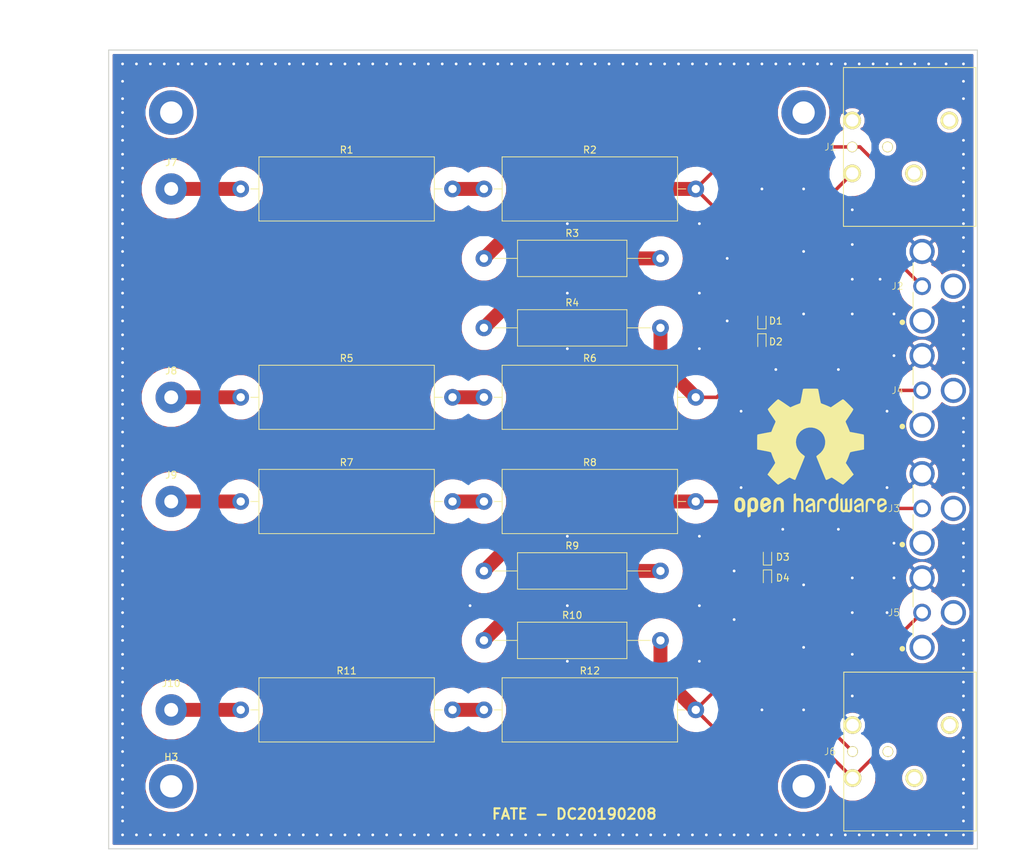
<source format=kicad_pcb>
(kicad_pcb (version 20171130) (host pcbnew 5.0.2-bee76a0~70~ubuntu18.10.1)
  (layers (0 F.Cu signal) (31 B.Cu signal) (34 B.Paste user) (35 F.Paste user) (36 B.SilkS user) (37 F.SilkS user) (38 B.Mask user) (39 F.Mask user) (44 Edge.Cuts user))
  (net 0 "")
  (net 1 /IN_LEFT+)
  (net 2 "Net-(R1-Pad2)")
  (net 3 /OUT_LEFT-)
  (net 4 "Net-(R3-Pad2)")
  (net 5 /IN_RIGHT-)
  (net 6 "Net-(R11-Pad2)")
  (net 7 /OUT_RIGHT-)
  (net 8 "Net-(R10-Pad1)")
  (net 9 /OUT_RIGHT+)
  (net 10 "Net-(R7-Pad2)")
  (net 11 /IN_RIGHT+)
  (net 12 "Net-(R5-Pad2)")
  (net 13 /IN_LEFT-)
  (net 14 /OUT_LEFT+)
  (net 15 GND)
  (net 16 "Net-(D1-Pad1)")
  (net 17 "Net-(D3-Pad1)")
  (module Symbol:Symbol_HighVoltage_Type1_CopperTop_Big (layer F.Cu) (at 105 109)
    (fp_text reference SYM3)
    (fp_text value SYM_Flash_Large)
    (fp_line (start -1.016 -1.016) (end -0.762 -0.381) (layer F.Cu) (width 0.381))
    (fp_line (start 0.508 -5.588) (end 0.381 -4.953) (layer F.Cu) (width 0.381))
    (fp_line (start 3.048 -5.461) (end 0.127 -3.175) (layer F.Cu) (width 0.381))
    (fp_line (start -1.524 6.477) (end -2.286 7.239) (layer F.Cu) (width 0.381))
    (fp_line (start -2.286 7.239) (end -1.905 6.35) (layer F.Cu) (width 0.381))
    (fp_line (start -1.905 6.35) (end -1.778 5.969) (layer F.Cu) (width 0.381))
    (fp_line (start -1.778 5.969) (end -1.905 6.096) (layer F.Cu) (width 0.381))
    (fp_line (start -1.905 6.096) (end -1.778 6.223) (layer F.Cu) (width 0.381))
    (fp_line (start 0.508 -5.08) (end -2.794 0.254) (layer F.Cu) (width 0.381))
    (fp_line (start -2.794 0.254) (end 0.381 -4.318) (layer F.Cu) (width 0.381))
    (fp_line (start 0.381 -4.318) (end -2.413 0.127) (layer F.Cu) (width 0.381))
    (fp_line (start -2.413 0.127) (end 0.254 -3.556) (layer F.Cu) (width 0.381))
    (fp_line (start 0.254 -3.556) (end -2.032 0.127) (layer F.Cu) (width 0.381))
    (fp_line (start -2.032 0.127) (end 2.667 -5.207) (layer F.Cu) (width 0.381))
    (fp_line (start 2.667 -5.207) (end -1.016 -1.524) (layer F.Cu) (width 0.381))
    (fp_line (start -1.016 -1.524) (end 1.524 -4.445) (layer F.Cu) (width 0.381))
    (fp_line (start 1.524 -4.445) (end -1.651 0.254) (layer F.Cu) (width 0.381))
    (fp_line (start -1.651 0.254) (end 2.032 0.127) (layer F.Cu) (width 0.381))
    (fp_line (start 2.032 0.127) (end 2.413 -0.381) (layer F.Cu) (width 0.381))
    (fp_line (start 2.413 -0.381) (end -1.016 -0.381) (layer F.Cu) (width 0.381))
    (fp_line (start -1.016 -0.381) (end -1.143 0) (layer F.Cu) (width 0.381))
    (fp_line (start -1.143 0) (end 1.905 -0.127) (layer F.Cu) (width 0.381))
    (fp_line (start 1.905 -0.127) (end -1.397 5.461) (layer F.Cu) (width 0.381))
    (fp_line (start -1.397 5.461) (end 1.397 0.127) (layer F.Cu) (width 0.381))
    (fp_line (start 1.397 0.127) (end 2.032 0.127) (layer F.Cu) (width 0.381))
    (fp_line (start 2.032 0.127) (end 0.762 2.159) (layer F.Cu) (width 0.381))
    (fp_line (start 0.889 -6.35) (end -3.175 0.381) (layer F.Cu) (width 0.381))
    (fp_line (start -3.175 0.381) (end 0.889 0.381) (layer F.Cu) (width 0.381))
    (fp_line (start 0.889 0.381) (end -2.159 6.477) (layer F.Cu) (width 0.381))
    (fp_line (start -2.159 6.477) (end -2.286 5.207) (layer F.Cu) (width 0.381))
    (fp_line (start -2.286 5.207) (end -2.413 7.874) (layer F.Cu) (width 0.381))
    (fp_line (start -2.413 7.874) (end -0.889 5.969) (layer F.Cu) (width 0.381))
    (fp_line (start -0.889 5.969) (end -1.905 6.35) (layer F.Cu) (width 0.381))
    (fp_line (start -1.905 6.35) (end 2.794 -0.508) (layer F.Cu) (width 0.381))
    (fp_line (start 2.794 -0.508) (end -0.762 -0.762) (layer F.Cu) (width 0.381))
    (fp_line (start -0.762 -0.762) (end 4.318 -6.858) (layer F.Cu) (width 0.381))
    (fp_line (start 4.318 -6.858) (end 0.381 -3.683) (layer F.Cu) (width 0.381))
    (fp_line (start 0.381 -3.683) (end 0.889 -6.35) (layer F.Cu) (width 0.381))
  )
  (module MountingHole:MountingHole_3.2mm_M3_Pad (layer F.Cu) (at 90 136)
    (fp_text reference H3 (at 0 -4.2) (layer F.SilkS))
    (fp_text value MountingHole)
    (pad 1 thru_hole circle (at 0 0) (size 6.4 6.4) (drill 3.2) (layers *.Cu *.Mask))
  )
  (module MountingHole:MountingHole_3.2mm_M3_Pad (layer F.Cu) (at 181 39)
    (fp_text reference H2)
    (fp_text value MountingHole)
    (pad 1 thru_hole circle (at 0 0) (size 6.4 6.4) (drill 3.2) (layers *.Cu *.Mask))
  )
  (module MountingHole:MountingHole_3.2mm_M3_Pad (layer F.Cu) (at 90 39)
    (fp_text reference H1)
    (fp_text value MountingHole)
    (pad 1 thru_hole circle (at 0 0) (size 6.4 6.4) (drill 3.2) (layers *.Cu *.Mask))
  )
  (module MountingHole:MountingHole_3.2mm_M3_Pad (layer F.Cu) (at 181 136)
    (fp_text reference H4)
    (fp_text value MountingHole)
    (pad 1 thru_hole circle (at 0 0) (size 6.4 6.4) (drill 3.2) (layers *.Cu *.Mask))
  )
  (module Symbol:OSHW-Logo2_24.3x20mm_SilkScreen (layer F.Cu) (at 182 88)
    (fp_text reference SYM1 hide)
    (fp_text value SYM_ESD_Large hide)
  )
  (module Symbol:Symbol_HighVoltage_Type1_CopperTop_Big (layer F.Cu) (at 105 64)
    (fp_text reference SYM2)
    (fp_text value SYM_Flash_Large)
    (fp_line (start -1.016 -1.016) (end -0.762 -0.381) (layer F.Cu) (width 0.381))
    (fp_line (start 0.508 -5.588) (end 0.381 -4.953) (layer F.Cu) (width 0.381))
    (fp_line (start 3.048 -5.461) (end 0.127 -3.175) (layer F.Cu) (width 0.381))
    (fp_line (start -1.524 6.477) (end -2.286 7.239) (layer F.Cu) (width 0.381))
    (fp_line (start -2.286 7.239) (end -1.905 6.35) (layer F.Cu) (width 0.381))
    (fp_line (start -1.905 6.35) (end -1.778 5.969) (layer F.Cu) (width 0.381))
    (fp_line (start -1.778 5.969) (end -1.905 6.096) (layer F.Cu) (width 0.381))
    (fp_line (start -1.905 6.096) (end -1.778 6.223) (layer F.Cu) (width 0.381))
    (fp_line (start 0.508 -5.08) (end -2.794 0.254) (layer F.Cu) (width 0.381))
    (fp_line (start -2.794 0.254) (end 0.381 -4.318) (layer F.Cu) (width 0.381))
    (fp_line (start 0.381 -4.318) (end -2.413 0.127) (layer F.Cu) (width 0.381))
    (fp_line (start -2.413 0.127) (end 0.254 -3.556) (layer F.Cu) (width 0.381))
    (fp_line (start 0.254 -3.556) (end -2.032 0.127) (layer F.Cu) (width 0.381))
    (fp_line (start -2.032 0.127) (end 2.667 -5.207) (layer F.Cu) (width 0.381))
    (fp_line (start 2.667 -5.207) (end -1.016 -1.524) (layer F.Cu) (width 0.381))
    (fp_line (start -1.016 -1.524) (end 1.524 -4.445) (layer F.Cu) (width 0.381))
    (fp_line (start 1.524 -4.445) (end -1.651 0.254) (layer F.Cu) (width 0.381))
    (fp_line (start -1.651 0.254) (end 2.032 0.127) (layer F.Cu) (width 0.381))
    (fp_line (start 2.032 0.127) (end 2.413 -0.381) (layer F.Cu) (width 0.381))
    (fp_line (start 2.413 -0.381) (end -1.016 -0.381) (layer F.Cu) (width 0.381))
    (fp_line (start -1.016 -0.381) (end -1.143 0) (layer F.Cu) (width 0.381))
    (fp_line (start -1.143 0) (end 1.905 -0.127) (layer F.Cu) (width 0.381))
    (fp_line (start 1.905 -0.127) (end -1.397 5.461) (layer F.Cu) (width 0.381))
    (fp_line (start -1.397 5.461) (end 1.397 0.127) (layer F.Cu) (width 0.381))
    (fp_line (start 1.397 0.127) (end 2.032 0.127) (layer F.Cu) (width 0.381))
    (fp_line (start 2.032 0.127) (end 0.762 2.159) (layer F.Cu) (width 0.381))
    (fp_line (start 0.889 -6.35) (end -3.175 0.381) (layer F.Cu) (width 0.381))
    (fp_line (start -3.175 0.381) (end 0.889 0.381) (layer F.Cu) (width 0.381))
    (fp_line (start 0.889 0.381) (end -2.159 6.477) (layer F.Cu) (width 0.381))
    (fp_line (start -2.159 6.477) (end -2.286 5.207) (layer F.Cu) (width 0.381))
    (fp_line (start -2.286 5.207) (end -2.413 7.874) (layer F.Cu) (width 0.381))
    (fp_line (start -2.413 7.874) (end -0.889 5.969) (layer F.Cu) (width 0.381))
    (fp_line (start -0.889 5.969) (end -1.905 6.35) (layer F.Cu) (width 0.381))
    (fp_line (start -1.905 6.35) (end 2.794 -0.508) (layer F.Cu) (width 0.381))
    (fp_line (start 2.794 -0.508) (end -0.762 -0.762) (layer F.Cu) (width 0.381))
    (fp_line (start -0.762 -0.762) (end 4.318 -6.858) (layer F.Cu) (width 0.381))
    (fp_line (start 4.318 -6.858) (end 0.381 -3.683) (layer F.Cu) (width 0.381))
    (fp_line (start 0.381 -3.683) (end 0.889 -6.35) (layer F.Cu) (width 0.381))
  )
  (module Diode_SMD:D_SOD-523 (layer F.Cu) (at 175 69 90)
    (fp_text reference D1 (at 0 2 180) (layer F.SilkS))
    (fp_text value PMEG2010AEB)
    (pad 1 smd rect (at -0.7 0 270) (size 0.6 0.7) (layers F.Cu F.Paste F.Mask) (net 16 "Net-(D1-Pad1)"))
    (pad 2 smd rect (at 0.7 0 270) (size 0.6 0.7) (layers F.Cu F.Paste F.Mask) (net 14 /OUT_LEFT+))
  )
  (module Diode_SMD:D_SOD-523 (layer F.Cu) (at 175.8 103 90)
    (fp_text reference D3 (at 0 2.2 180) (layer F.SilkS))
    (fp_text value PMEG2010AEB)
    (pad 2 smd rect (at 0.7 0 270) (size 0.6 0.7) (layers F.Cu F.Paste F.Mask) (net 9 /OUT_RIGHT+))
    (pad 1 smd rect (at -0.7 0 270) (size 0.6 0.7) (layers F.Cu F.Paste F.Mask) (net 17 "Net-(D3-Pad1)"))
  )
  (module Diode_SMD:D_SOD-523 (layer F.Cu) (at 175.8 106 270)
    (fp_text reference D4 (at 0 -2.2 180) (layer F.SilkS))
    (fp_text value PMEG2010AEB)
    (pad 1 smd rect (at -0.7 0 90) (size 0.6 0.7) (layers F.Cu F.Paste F.Mask) (net 17 "Net-(D3-Pad1)"))
    (pad 2 smd rect (at 0.7 0 90) (size 0.6 0.7) (layers F.Cu F.Paste F.Mask) (net 7 /OUT_RIGHT-))
  )
  (module Diode_SMD:D_SOD-523 (layer F.Cu) (at 175 72 270)
    (fp_text reference D2 (at 0 -2) (layer F.SilkS))
    (fp_text value PMEG2010AEB)
    (pad 2 smd rect (at 0.7 0 90) (size 0.6 0.7) (layers F.Cu F.Paste F.Mask) (net 3 /OUT_LEFT-))
    (pad 1 smd rect (at -0.7 0 90) (size 0.6 0.7) (layers F.Cu F.Paste F.Mask) (net 16 "Net-(D1-Pad1)"))
  )
  (module Resistor_THT:R_Axial_DIN0516_L15.5mm_D5.0mm_P25.40mm_Horizontal (layer F.Cu) (at 135 115)
    (fp_text reference R10 (at 12.7 -3.62) (layer F.SilkS))
    (fp_text value 1.8k)
    (pad 2 thru_hole oval (at 25.4 0) (size 2.4 2.4) (drill 1.2) (layers *.Cu *.Mask) (net 7 /OUT_RIGHT-))
    (pad 1 thru_hole circle (at 0 0) (size 2.4 2.4) (drill 1.2) (layers *.Cu *.Mask) (net 8 "Net-(R10-Pad1)"))
  )
  (module Resistor_THT:R_Axial_DIN0516_L15.5mm_D5.0mm_P25.40mm_Horizontal (layer F.Cu) (at 135 105)
    (fp_text reference R9 (at 12.7 -3.62) (layer F.SilkS))
    (fp_text value 1.8k)
    (pad 1 thru_hole circle (at 0 0) (size 2.4 2.4) (drill 1.2) (layers *.Cu *.Mask) (net 9 /OUT_RIGHT+))
    (pad 2 thru_hole oval (at 25.4 0) (size 2.4 2.4) (drill 1.2) (layers *.Cu *.Mask) (net 8 "Net-(R10-Pad1)"))
  )
  (module Resistor_THT:R_Axial_DIN0516_L15.5mm_D5.0mm_P25.40mm_Horizontal (layer F.Cu) (at 135 70)
    (fp_text reference R4 (at 12.7 -3.62) (layer F.SilkS))
    (fp_text value 1.8k)
    (pad 2 thru_hole oval (at 25.4 0) (size 2.4 2.4) (drill 1.2) (layers *.Cu *.Mask) (net 3 /OUT_LEFT-))
    (pad 1 thru_hole circle (at 0 0) (size 2.4 2.4) (drill 1.2) (layers *.Cu *.Mask) (net 4 "Net-(R3-Pad2)"))
  )
  (module Resistor_THT:R_Axial_DIN0516_L15.5mm_D5.0mm_P25.40mm_Horizontal (layer F.Cu) (at 135 60)
    (fp_text reference R3 (at 12.7 -3.62) (layer F.SilkS))
    (fp_text value 1.8k)
    (pad 1 thru_hole circle (at 0 0) (size 2.4 2.4) (drill 1.2) (layers *.Cu *.Mask) (net 14 /OUT_LEFT+))
    (pad 2 thru_hole oval (at 25.4 0) (size 2.4 2.4) (drill 1.2) (layers *.Cu *.Mask) (net 4 "Net-(R3-Pad2)"))
  )
  (module fate:XLR-NC3MA (layer F.Cu) (at 196.25 43.95 270)
    (fp_text reference J1 (at 0 11.4) (layer F.SilkS) (effects (font (size 1.016 1.016) (thickness 0.1016))))
    (fp_text value XLR3)
    (pad 4 thru_hole circle (at 0 3.175 270) (size 1.524 1.524) (drill 1.27) (layers *.Cu *.Mask F.SilkS))
    (pad Hole thru_hole circle (at 3.81 -0.635 270) (size 2.54 2.54) (drill 1.778) (layers *.Cu *.Mask F.SilkS))
    (pad Hole thru_hole circle (at -3.81 -5.715 270) (size 2.54 2.54) (drill 1.778) (layers *.Cu *.Mask F.SilkS))
    (pad 1 thru_hole circle (at 3.81 8.255 270) (size 2.54 2.54) (drill 1.778) (layers *.Cu *.Mask F.SilkS) (net 3 /OUT_LEFT-))
    (pad 3 thru_hole circle (at 0 8.255 270) (size 1.524 1.524) (drill 1.27) (layers *.Cu *.Mask F.SilkS) (net 14 /OUT_LEFT+))
    (pad 2 thru_hole circle (at -3.81 8.255 270) (size 2.54 2.54) (drill 1.778) (layers *.Cu *.Mask F.SilkS) (net 15 GND))
  )
  (module fate:XLR-NC3MA (layer F.Cu) (at 196.3 131 270)
    (fp_text reference J6 (at 0 11.5) (layer F.SilkS) (effects (font (size 1.016 1.016) (thickness 0.1016))))
    (fp_text value XLR3)
    (pad 2 thru_hole circle (at -3.81 8.255 270) (size 2.54 2.54) (drill 1.778) (layers *.Cu *.Mask F.SilkS) (net 15 GND))
    (pad 3 thru_hole circle (at 0 8.255 270) (size 1.524 1.524) (drill 1.27) (layers *.Cu *.Mask F.SilkS) (net 9 /OUT_RIGHT+))
    (pad 1 thru_hole circle (at 3.81 8.255 270) (size 2.54 2.54) (drill 1.778) (layers *.Cu *.Mask F.SilkS) (net 7 /OUT_RIGHT-))
    (pad Hole thru_hole circle (at -3.81 -5.715 270) (size 2.54 2.54) (drill 1.778) (layers *.Cu *.Mask F.SilkS))
    (pad Hole thru_hole circle (at 3.81 -0.635 270) (size 2.54 2.54) (drill 1.778) (layers *.Cu *.Mask F.SilkS))
    (pad 4 thru_hole circle (at 0 3.175 270) (size 1.524 1.524) (drill 1.27) (layers *.Cu *.Mask F.SilkS))
  )
  (module fate:CUI_RCJ-017 (layer F.Cu) (at 204 96 180)
    (fp_text reference J3 (at 10 0 180) (layer F.SilkS) (effects (font (size 1.00136 1.00136) (thickness 0.1))))
    (fp_text value Conn_Coaxial)
    (pad "" thru_hole circle (at 1.45 0 180) (size 3.616 3.616) (drill 2.6) (layers *.Cu *.Mask))
    (pad 2 thru_hole circle (at 5.95 5 180) (size 3.616 3.616) (drill 2.6) (layers *.Cu *.Mask) (net 15 GND))
    (pad "" thru_hole circle (at 5.95 -5 180) (size 3.616 3.616) (drill 2.6) (layers *.Cu *.Mask))
    (pad 1 thru_hole circle (at 5.95 0 180) (size 2.55 2.55) (drill 1.7) (layers *.Cu *.Mask) (net 9 /OUT_RIGHT+))
  )
  (module fate:CUI_RCJ-017 (layer F.Cu) (at 204 64 180)
    (fp_text reference J2 (at 9.5 0 180) (layer F.SilkS) (effects (font (size 1.00136 1.00136) (thickness 0.1))))
    (fp_text value Conn_Coaxial)
    (pad "" thru_hole circle (at 1.45 0 180) (size 3.616 3.616) (drill 2.6) (layers *.Cu *.Mask))
    (pad 2 thru_hole circle (at 5.95 5 180) (size 3.616 3.616) (drill 2.6) (layers *.Cu *.Mask) (net 15 GND))
    (pad "" thru_hole circle (at 5.95 -5 180) (size 3.616 3.616) (drill 2.6) (layers *.Cu *.Mask))
    (pad 1 thru_hole circle (at 5.95 0 180) (size 2.55 2.55) (drill 1.7) (layers *.Cu *.Mask) (net 14 /OUT_LEFT+))
  )
  (module fate:CUI_RCJ-017 (layer F.Cu) (at 204 111 180)
    (fp_text reference J5 (at 10 0 180) (layer F.SilkS) (effects (font (size 1.00136 1.00136) (thickness 0.1))))
    (fp_text value Conn_Coaxial)
    (pad "" thru_hole circle (at 1.45 0 180) (size 3.616 3.616) (drill 2.6) (layers *.Cu *.Mask))
    (pad 2 thru_hole circle (at 5.95 5 180) (size 3.616 3.616) (drill 2.6) (layers *.Cu *.Mask) (net 15 GND))
    (pad "" thru_hole circle (at 5.95 -5 180) (size 3.616 3.616) (drill 2.6) (layers *.Cu *.Mask))
    (pad 1 thru_hole circle (at 5.95 0 180) (size 2.55 2.55) (drill 1.7) (layers *.Cu *.Mask) (net 7 /OUT_RIGHT-))
  )
  (module fate:CUI_RCJ-017 (layer F.Cu) (at 204 79 180)
    (fp_text reference J4 (at 9.5 0 180) (layer F.SilkS) (effects (font (size 1.00136 1.00136) (thickness 0.1))))
    (fp_text value Conn_Coaxial)
    (pad "" thru_hole circle (at 1.45 0 180) (size 3.616 3.616) (drill 2.6) (layers *.Cu *.Mask))
    (pad 2 thru_hole circle (at 5.95 5 180) (size 3.616 3.616) (drill 2.6) (layers *.Cu *.Mask) (net 15 GND))
    (pad "" thru_hole circle (at 5.95 -5 180) (size 3.616 3.616) (drill 2.6) (layers *.Cu *.Mask))
    (pad 1 thru_hole circle (at 5.95 0 180) (size 2.55 2.55) (drill 1.7) (layers *.Cu *.Mask) (net 3 /OUT_LEFT-))
  )
  (module Connector_Wire:SolderWirePad_1x01_Drill2mm (layer F.Cu) (at 90 80)
    (fp_text reference J8 (at 0 -3.81) (layer F.SilkS))
    (fp_text value Conn_01x01)
    (pad 1 thru_hole circle (at 0 0) (size 4.50088 4.50088) (drill 1.99898) (layers *.Cu *.Mask) (net 13 /IN_LEFT-))
  )
  (module Connector_Wire:SolderWirePad_1x01_Drill2mm (layer F.Cu) (at 90 95)
    (fp_text reference J9 (at 0 -3.81) (layer F.SilkS))
    (fp_text value Conn_01x01)
    (pad 1 thru_hole circle (at 0 0) (size 4.50088 4.50088) (drill 1.99898) (layers *.Cu *.Mask) (net 11 /IN_RIGHT+))
  )
  (module Connector_Wire:SolderWirePad_1x01_Drill2mm (layer F.Cu) (at 90 125)
    (fp_text reference J10 (at 0 -3.81) (layer F.SilkS))
    (fp_text value Conn_01x01)
    (pad 1 thru_hole circle (at 0 0) (size 4.50088 4.50088) (drill 1.99898) (layers *.Cu *.Mask) (net 5 /IN_RIGHT-))
  )
  (module Connector_Wire:SolderWirePad_1x01_Drill2mm (layer F.Cu) (at 90 50)
    (fp_text reference J7 (at 0 -3.81) (layer F.SilkS))
    (fp_text value Conn_01x01)
    (pad 1 thru_hole circle (at 0 0) (size 4.50088 4.50088) (drill 1.99898) (layers *.Cu *.Mask) (net 1 /IN_LEFT+))
  )
  (module Resistor_THT:R_Axial_Power_L25.0mm_W9.0mm_P30.48mm (layer F.Cu) (at 135 125)
    (fp_text reference R12 (at 15.24 -5.62) (layer F.SilkS))
    (fp_text value 35k)
    (pad 2 thru_hole oval (at 30.48 0) (size 2.4 2.4) (drill 1.2) (layers *.Cu *.Mask) (net 7 /OUT_RIGHT-))
    (pad 1 thru_hole circle (at 0 0) (size 2.4 2.4) (drill 1.2) (layers *.Cu *.Mask) (net 6 "Net-(R11-Pad2)"))
  )
  (module Resistor_THT:R_Axial_Power_L25.0mm_W9.0mm_P30.48mm (layer F.Cu) (at 135 50)
    (fp_text reference R2 (at 15.24 -5.62) (layer F.SilkS))
    (fp_text value 35k)
    (pad 2 thru_hole oval (at 30.48 0) (size 2.4 2.4) (drill 1.2) (layers *.Cu *.Mask) (net 14 /OUT_LEFT+))
    (pad 1 thru_hole circle (at 0 0) (size 2.4 2.4) (drill 1.2) (layers *.Cu *.Mask) (net 2 "Net-(R1-Pad2)"))
  )
  (module Resistor_THT:R_Axial_Power_L25.0mm_W9.0mm_P30.48mm (layer F.Cu) (at 100 80)
    (fp_text reference R5 (at 15.24 -5.62) (layer F.SilkS))
    (fp_text value 35k)
    (pad 2 thru_hole oval (at 30.48 0) (size 2.4 2.4) (drill 1.2) (layers *.Cu *.Mask) (net 12 "Net-(R5-Pad2)"))
    (pad 1 thru_hole circle (at 0 0) (size 2.4 2.4) (drill 1.2) (layers *.Cu *.Mask) (net 13 /IN_LEFT-))
  )
  (module Resistor_THT:R_Axial_Power_L25.0mm_W9.0mm_P30.48mm (layer F.Cu) (at 135 80)
    (fp_text reference R6 (at 15.24 -5.62) (layer F.SilkS))
    (fp_text value 35k)
    (pad 2 thru_hole oval (at 30.48 0) (size 2.4 2.4) (drill 1.2) (layers *.Cu *.Mask) (net 3 /OUT_LEFT-))
    (pad 1 thru_hole circle (at 0 0) (size 2.4 2.4) (drill 1.2) (layers *.Cu *.Mask) (net 12 "Net-(R5-Pad2)"))
  )
  (module Resistor_THT:R_Axial_Power_L25.0mm_W9.0mm_P30.48mm (layer F.Cu) (at 100 95)
    (fp_text reference R7 (at 15.24 -5.62) (layer F.SilkS))
    (fp_text value 35k)
    (pad 2 thru_hole oval (at 30.48 0) (size 2.4 2.4) (drill 1.2) (layers *.Cu *.Mask) (net 10 "Net-(R7-Pad2)"))
    (pad 1 thru_hole circle (at 0 0) (size 2.4 2.4) (drill 1.2) (layers *.Cu *.Mask) (net 11 /IN_RIGHT+))
  )
  (module Resistor_THT:R_Axial_Power_L25.0mm_W9.0mm_P30.48mm (layer F.Cu) (at 135 95)
    (fp_text reference R8 (at 15.24 -5.62) (layer F.SilkS))
    (fp_text value 35k)
    (pad 2 thru_hole oval (at 30.48 0) (size 2.4 2.4) (drill 1.2) (layers *.Cu *.Mask) (net 9 /OUT_RIGHT+))
    (pad 1 thru_hole circle (at 0 0) (size 2.4 2.4) (drill 1.2) (layers *.Cu *.Mask) (net 10 "Net-(R7-Pad2)"))
  )
  (module Resistor_THT:R_Axial_Power_L25.0mm_W9.0mm_P30.48mm (layer F.Cu) (at 100 125)
    (fp_text reference R11 (at 15.24 -5.62) (layer F.SilkS))
    (fp_text value 35k)
    (pad 2 thru_hole oval (at 30.48 0) (size 2.4 2.4) (drill 1.2) (layers *.Cu *.Mask) (net 6 "Net-(R11-Pad2)"))
    (pad 1 thru_hole circle (at 0 0) (size 2.4 2.4) (drill 1.2) (layers *.Cu *.Mask) (net 5 /IN_RIGHT-))
  )
  (module Resistor_THT:R_Axial_Power_L25.0mm_W9.0mm_P30.48mm (layer F.Cu) (at 100 50)
    (fp_text reference R1 (at 15.24 -5.62) (layer F.SilkS))
    (fp_text value 35k)
    (pad 2 thru_hole oval (at 30.48 0) (size 2.4 2.4) (drill 1.2) (layers *.Cu *.Mask) (net 2 "Net-(R1-Pad2)"))
    (pad 1 thru_hole circle (at 0 0) (size 2.4 2.4) (drill 1.2) (layers *.Cu *.Mask) (net 1 /IN_LEFT+))
  )
  (gr_text "FATE - DC20190208" (at 148 140) (layer F.SilkS) (effects (font (size 1.5 1.5) (thickness 0.3))))
  (gr_line (start 81 145) (end 81 30) (layer Edge.Cuts) (width 0.15))
  (gr_line (start 206 145) (end 81 145) (layer Edge.Cuts) (width 0.15))
  (gr_line (start 206 30) (end 206 145) (layer Edge.Cuts) (width 0.15))
  (gr_line (start 81 30) (end 206 30) (layer Edge.Cuts) (width 0.15))
  (segment (start 90 50) (end 100 50) (width 2) (layer F.Cu) (net 1))
  (segment (start 130.48 50) (end 135 50) (width 2) (layer F.Cu) (net 2))
  (segment (start 160.4 74.92) (end 165.48 80) (width 2) (layer F.Cu) (net 3))
  (segment (start 160.4 70) (end 160.4 74.92) (width 2) (layer F.Cu) (net 3))
  (segment (start 168.5 80) (end 175 73.5) (width 0.5) (layer F.Cu) (net 3))
  (segment (start 175 73.5) (end 175 72.7) (width 0.5) (layer F.Cu) (net 3))
  (segment (start 165.48 80) (end 168.5 80) (width 0.5) (layer F.Cu) (net 3))
  (segment (start 198.05 79) (end 194 79) (width 0.5) (layer F.Cu) (net 3))
  (segment (start 194 79) (end 187.7 72.7) (width 0.5) (layer F.Cu) (net 3))
  (segment (start 185 50.755) (end 187.995 47.76) (width 0.5) (layer F.Cu) (net 3))
  (segment (start 185 72.7) (end 185 50.755) (width 0.5) (layer F.Cu) (net 3))
  (segment (start 185 72.7) (end 175 72.7) (width 0.5) (layer F.Cu) (net 3))
  (segment (start 187.7 72.7) (end 185 72.7) (width 0.5) (layer F.Cu) (net 3))
  (segment (start 145 60) (end 135 70) (width 2) (layer F.Cu) (net 4))
  (segment (start 160.4 60) (end 145 60) (width 2) (layer F.Cu) (net 4))
  (segment (start 90 125) (end 100 125) (width 2) (layer F.Cu) (net 5))
  (segment (start 130.48 125) (end 135 125) (width 2) (layer F.Cu) (net 6))
  (segment (start 160.4 119.92) (end 165.48 125) (width 2) (layer F.Cu) (net 7))
  (segment (start 160.4 115) (end 160.4 119.92) (width 2) (layer F.Cu) (net 7))
  (segment (start 189.314999 133.540001) (end 188.045 134.81) (width 0.5) (layer F.Cu) (net 7))
  (segment (start 191.1 131.755) (end 189.314999 133.540001) (width 0.5) (layer F.Cu) (net 7))
  (segment (start 198.05 111) (end 191.1 117.95) (width 0.5) (layer F.Cu) (net 7))
  (segment (start 191.1 117.95) (end 191.1 131.755) (width 0.5) (layer F.Cu) (net 7))
  (segment (start 165.48 125) (end 175.8 114.68) (width 0.5) (layer F.Cu) (net 7))
  (segment (start 175.8 114.68) (end 175.8 106.7) (width 0.5) (layer F.Cu) (net 7))
  (segment (start 166.679999 126.199999) (end 165.48 125) (width 0.5) (layer F.Cu) (net 7))
  (segment (start 169.48 129) (end 166.679999 126.199999) (width 0.5) (layer F.Cu) (net 7))
  (segment (start 188.045 134.81) (end 182.235 129) (width 0.5) (layer F.Cu) (net 7))
  (segment (start 182.235 129) (end 169.48 129) (width 0.5) (layer F.Cu) (net 7))
  (segment (start 145 105) (end 135 115) (width 2) (layer F.Cu) (net 8))
  (segment (start 160.4 105) (end 145 105) (width 2) (layer F.Cu) (net 8))
  (segment (start 145 95) (end 135 105) (width 2) (layer F.Cu) (net 9))
  (segment (start 165.48 95) (end 145 95) (width 2) (layer F.Cu) (net 9))
  (segment (start 197.9 96.15) (end 198.05 96) (width 0.5) (layer F.Cu) (net 9))
  (segment (start 169.3 95) (end 165.48 95) (width 0.5) (layer F.Cu) (net 9))
  (segment (start 175.8 102.3) (end 175.8 101.5) (width 0.5) (layer F.Cu) (net 9))
  (segment (start 175.8 101.5) (end 169.3 95) (width 0.5) (layer F.Cu) (net 9))
  (segment (start 175.8 102.3) (end 182.8 102.3) (width 0.5) (layer F.Cu) (net 9))
  (segment (start 188.045 131) (end 185 127.955) (width 0.5) (layer F.Cu) (net 9))
  (segment (start 185 127.955) (end 185 104.5) (width 0.5) (layer F.Cu) (net 9))
  (segment (start 185 104.5) (end 185 102.3) (width 0.5) (layer F.Cu) (net 9))
  (segment (start 182.8 102.3) (end 185 102.3) (width 0.5) (layer F.Cu) (net 9))
  (segment (start 194 96) (end 198.05 96) (width 0.5) (layer F.Cu) (net 9))
  (segment (start 185 102.3) (end 187.7 102.3) (width 0.5) (layer F.Cu) (net 9))
  (segment (start 187.7 102.3) (end 194 96) (width 0.5) (layer F.Cu) (net 9))
  (segment (start 130.48 95) (end 135 95) (width 2) (layer F.Cu) (net 10))
  (segment (start 90 95) (end 100 95) (width 2) (layer F.Cu) (net 11))
  (segment (start 130.48 80) (end 135 80) (width 2) (layer F.Cu) (net 12))
  (segment (start 90 80) (end 100 80) (width 2) (layer F.Cu) (net 13))
  (segment (start 145 50) (end 135 60) (width 2) (layer F.Cu) (net 14))
  (segment (start 165.48 50) (end 145 50) (width 2) (layer F.Cu) (net 14))
  (segment (start 189.1 43.95) (end 187.995 43.95) (width 0.5) (layer F.Cu) (net 14))
  (segment (start 192.2 47.05) (end 189.1 43.95) (width 0.5) (layer F.Cu) (net 14))
  (segment (start 198.05 64) (end 192.2 58.15) (width 0.5) (layer F.Cu) (net 14))
  (segment (start 192.2 58.15) (end 192.2 47.05) (width 0.5) (layer F.Cu) (net 14))
  (segment (start 171.53 43.95) (end 187.995 43.95) (width 0.5) (layer F.Cu) (net 14))
  (segment (start 165.48 50) (end 171.53 43.95) (width 0.5) (layer F.Cu) (net 14))
  (segment (start 175 59.52) (end 175 68.3) (width 0.5) (layer F.Cu) (net 14))
  (segment (start 165.48 50) (end 175 59.52) (width 0.5) (layer F.Cu) (net 14))
  (via (at 183 143) (size 0.8) (drill 0.4) (layers F.Cu B.Cu) (net 15))
  (via (at 91 143) (size 0.8) (drill 0.4) (layers F.Cu B.Cu) (net 15))
  (via (at 165 143) (size 0.8) (drill 0.4) (layers F.Cu B.Cu) (net 15))
  (via (at 143 143) (size 0.8) (drill 0.4) (layers F.Cu B.Cu) (net 15))
  (via (at 159 143) (size 0.8) (drill 0.4) (layers F.Cu B.Cu) (net 15))
  (via (at 145 143) (size 0.8) (drill 0.4) (layers F.Cu B.Cu) (net 15))
  (via (at 147 143) (size 0.8) (drill 0.4) (layers F.Cu B.Cu) (net 15))
  (via (at 115 143) (size 0.8) (drill 0.4) (layers F.Cu B.Cu) (net 15))
  (via (at 119 143) (size 0.8) (drill 0.4) (layers F.Cu B.Cu) (net 15))
  (via (at 89 143) (size 0.8) (drill 0.4) (layers F.Cu B.Cu) (net 15))
  (via (at 141 143) (size 0.8) (drill 0.4) (layers F.Cu B.Cu) (net 15))
  (via (at 163 143) (size 0.8) (drill 0.4) (layers F.Cu B.Cu) (net 15))
  (via (at 103 143) (size 0.8) (drill 0.4) (layers F.Cu B.Cu) (net 15))
  (via (at 85 143) (size 0.8) (drill 0.4) (layers F.Cu B.Cu) (net 15))
  (via (at 155 143) (size 0.8) (drill 0.4) (layers F.Cu B.Cu) (net 15))
  (via (at 127 143) (size 0.8) (drill 0.4) (layers F.Cu B.Cu) (net 15))
  (via (at 175 143) (size 0.8) (drill 0.4) (layers F.Cu B.Cu) (net 15))
  (via (at 109 143) (size 0.8) (drill 0.4) (layers F.Cu B.Cu) (net 15))
  (via (at 99 143) (size 0.8) (drill 0.4) (layers F.Cu B.Cu) (net 15))
  (via (at 121 143) (size 0.8) (drill 0.4) (layers F.Cu B.Cu) (net 15))
  (via (at 95 143) (size 0.8) (drill 0.4) (layers F.Cu B.Cu) (net 15))
  (via (at 153 143) (size 0.8) (drill 0.4) (layers F.Cu B.Cu) (net 15))
  (via (at 173 143) (size 0.8) (drill 0.4) (layers F.Cu B.Cu) (net 15))
  (via (at 129 143) (size 0.8) (drill 0.4) (layers F.Cu B.Cu) (net 15))
  (via (at 117 143) (size 0.8) (drill 0.4) (layers F.Cu B.Cu) (net 15))
  (via (at 193 143) (size 0.8) (drill 0.4) (layers F.Cu B.Cu) (net 15))
  (via (at 139 143) (size 0.8) (drill 0.4) (layers F.Cu B.Cu) (net 15))
  (via (at 169 143) (size 0.8) (drill 0.4) (layers F.Cu B.Cu) (net 15))
  (via (at 105 143) (size 0.8) (drill 0.4) (layers F.Cu B.Cu) (net 15))
  (via (at 93 143) (size 0.8) (drill 0.4) (layers F.Cu B.Cu) (net 15))
  (via (at 111 143) (size 0.8) (drill 0.4) (layers F.Cu B.Cu) (net 15))
  (via (at 149 143) (size 0.8) (drill 0.4) (layers F.Cu B.Cu) (net 15))
  (via (at 131 143) (size 0.8) (drill 0.4) (layers F.Cu B.Cu) (net 15))
  (via (at 107 143) (size 0.8) (drill 0.4) (layers F.Cu B.Cu) (net 15))
  (via (at 101 143) (size 0.8) (drill 0.4) (layers F.Cu B.Cu) (net 15))
  (via (at 137 143) (size 0.8) (drill 0.4) (layers F.Cu B.Cu) (net 15))
  (via (at 171 143) (size 0.8) (drill 0.4) (layers F.Cu B.Cu) (net 15))
  (via (at 195 143) (size 0.8) (drill 0.4) (layers F.Cu B.Cu) (net 15))
  (via (at 197 143) (size 0.8) (drill 0.4) (layers F.Cu B.Cu) (net 15))
  (via (at 167 143) (size 0.8) (drill 0.4) (layers F.Cu B.Cu) (net 15))
  (via (at 189 143) (size 0.8) (drill 0.4) (layers F.Cu B.Cu) (net 15))
  (via (at 191 143) (size 0.8) (drill 0.4) (layers F.Cu B.Cu) (net 15))
  (via (at 113 143) (size 0.8) (drill 0.4) (layers F.Cu B.Cu) (net 15))
  (via (at 135 143) (size 0.8) (drill 0.4) (layers F.Cu B.Cu) (net 15))
  (via (at 125 143) (size 0.8) (drill 0.4) (layers F.Cu B.Cu) (net 15))
  (via (at 185 143) (size 0.8) (drill 0.4) (layers F.Cu B.Cu) (net 15))
  (via (at 187 143) (size 0.8) (drill 0.4) (layers F.Cu B.Cu) (net 15))
  (via (at 204 143) (size 0.8) (drill 0.4) (layers F.Cu B.Cu) (net 15))
  (via (at 151 143) (size 0.8) (drill 0.4) (layers F.Cu B.Cu) (net 15))
  (via (at 181 143) (size 0.8) (drill 0.4) (layers F.Cu B.Cu) (net 15))
  (via (at 177 143) (size 0.8) (drill 0.4) (layers F.Cu B.Cu) (net 15))
  (via (at 179 143) (size 0.8) (drill 0.4) (layers F.Cu B.Cu) (net 15))
  (via (at 157 143) (size 0.8) (drill 0.4) (layers F.Cu B.Cu) (net 15))
  (via (at 133 143) (size 0.8) (drill 0.4) (layers F.Cu B.Cu) (net 15))
  (via (at 199 143) (size 0.8) (drill 0.4) (layers F.Cu B.Cu) (net 15))
  (via (at 161 143) (size 0.8) (drill 0.4) (layers F.Cu B.Cu) (net 15))
  (via (at 87 143) (size 0.8) (drill 0.4) (layers F.Cu B.Cu) (net 15))
  (via (at 123 143) (size 0.8) (drill 0.4) (layers F.Cu B.Cu) (net 15))
  (via (at 97 143) (size 0.8) (drill 0.4) (layers F.Cu B.Cu) (net 15))
  (via (at 204 49) (size 0.8) (drill 0.4) (layers F.Cu B.Cu) (net 15))
  (via (at 204 137) (size 0.8) (drill 0.4) (layers F.Cu B.Cu) (net 15))
  (via (at 204 139) (size 0.8) (drill 0.4) (layers F.Cu B.Cu) (net 15))
  (via (at 204 47) (size 0.8) (drill 0.4) (layers F.Cu B.Cu) (net 15))
  (via (at 204 53) (size 0.8) (drill 0.4) (layers F.Cu B.Cu) (net 15))
  (via (at 204 141) (size 0.8) (drill 0.4) (layers F.Cu B.Cu) (net 15))
  (via (at 204 101) (size 0.8) (drill 0.4) (layers F.Cu B.Cu) (net 15))
  (via (at 204 115) (size 0.8) (drill 0.4) (layers F.Cu B.Cu) (net 15))
  (via (at 204 67) (size 0.8) (drill 0.4) (layers F.Cu B.Cu) (net 15))
  (via (at 204 75) (size 0.8) (drill 0.4) (layers F.Cu B.Cu) (net 15))
  (via (at 204 105) (size 0.8) (drill 0.4) (layers F.Cu B.Cu) (net 15))
  (via (at 204 135) (size 0.8) (drill 0.4) (layers F.Cu B.Cu) (net 15))
  (via (at 204 125) (size 0.8) (drill 0.4) (layers F.Cu B.Cu) (net 15))
  (via (at 204 61) (size 0.8) (drill 0.4) (layers F.Cu B.Cu) (net 15))
  (via (at 204 129) (size 0.8) (drill 0.4) (layers F.Cu B.Cu) (net 15))
  (via (at 204 119) (size 0.8) (drill 0.4) (layers F.Cu B.Cu) (net 15))
  (via (at 204 99) (size 0.8) (drill 0.4) (layers F.Cu B.Cu) (net 15))
  (via (at 204 37) (size 0.8) (drill 0.4) (layers F.Cu B.Cu) (net 15))
  (via (at 204 121) (size 0.8) (drill 0.4) (layers F.Cu B.Cu) (net 15))
  (via (at 204 87) (size 0.8) (drill 0.4) (layers F.Cu B.Cu) (net 15))
  (via (at 204 43) (size 0.8) (drill 0.4) (layers F.Cu B.Cu) (net 15))
  (via (at 204 69) (size 0.8) (drill 0.4) (layers F.Cu B.Cu) (net 15))
  (via (at 204 117) (size 0.8) (drill 0.4) (layers F.Cu B.Cu) (net 15))
  (via (at 204 89) (size 0.8) (drill 0.4) (layers F.Cu B.Cu) (net 15))
  (via (at 204 55) (size 0.8) (drill 0.4) (layers F.Cu B.Cu) (net 15))
  (via (at 204 135) (size 0.8) (drill 0.4) (layers F.Cu B.Cu) (net 15))
  (via (at 204 45) (size 0.8) (drill 0.4) (layers F.Cu B.Cu) (net 15))
  (via (at 204 133) (size 0.8) (drill 0.4) (layers F.Cu B.Cu) (net 15))
  (via (at 204 51) (size 0.8) (drill 0.4) (layers F.Cu B.Cu) (net 15))
  (via (at 204 135) (size 0.8) (drill 0.4) (layers F.Cu B.Cu) (net 15))
  (via (at 204 91) (size 0.8) (drill 0.4) (layers F.Cu B.Cu) (net 15))
  (via (at 204 57) (size 0.8) (drill 0.4) (layers F.Cu B.Cu) (net 15))
  (via (at 204 71) (size 0.8) (drill 0.4) (layers F.Cu B.Cu) (net 15))
  (via (at 204 93) (size 0.8) (drill 0.4) (layers F.Cu B.Cu) (net 15))
  (via (at 204 85) (size 0.8) (drill 0.4) (layers F.Cu B.Cu) (net 15))
  (via (at 204 131) (size 0.8) (drill 0.4) (layers F.Cu B.Cu) (net 15))
  (via (at 204 83) (size 0.8) (drill 0.4) (layers F.Cu B.Cu) (net 15))
  (via (at 204 59) (size 0.8) (drill 0.4) (layers F.Cu B.Cu) (net 15))
  (via (at 204 123) (size 0.8) (drill 0.4) (layers F.Cu B.Cu) (net 15))
  (via (at 204 73) (size 0.8) (drill 0.4) (layers F.Cu B.Cu) (net 15))
  (via (at 204 103) (size 0.8) (drill 0.4) (layers F.Cu B.Cu) (net 15))
  (via (at 204 107) (size 0.8) (drill 0.4) (layers F.Cu B.Cu) (net 15))
  (via (at 175 125) (size 0.8) (drill 0.4) (layers F.Cu B.Cu) (net 15))
  (via (at 175 50) (size 0.8) (drill 0.4) (layers F.Cu B.Cu) (net 15))
  (via (at 83 143) (size 0.8) (drill 0.4) (layers F.Cu B.Cu) (net 15))
  (via (at 83 141) (size 0.8) (drill 0.4) (layers F.Cu B.Cu) (net 15))
  (via (at 83 139) (size 0.8) (drill 0.4) (layers F.Cu B.Cu) (net 15))
  (via (at 83 137) (size 0.8) (drill 0.4) (layers F.Cu B.Cu) (net 15))
  (via (at 83 135) (size 0.8) (drill 0.4) (layers F.Cu B.Cu) (net 15))
  (via (at 83 135) (size 0.8) (drill 0.4) (layers F.Cu B.Cu) (net 15))
  (via (at 83 135) (size 0.8) (drill 0.4) (layers F.Cu B.Cu) (net 15))
  (via (at 83 133) (size 0.8) (drill 0.4) (layers F.Cu B.Cu) (net 15))
  (via (at 83 131) (size 0.8) (drill 0.4) (layers F.Cu B.Cu) (net 15))
  (via (at 83 129) (size 0.8) (drill 0.4) (layers F.Cu B.Cu) (net 15))
  (via (at 83 127) (size 0.8) (drill 0.4) (layers F.Cu B.Cu) (net 15))
  (via (at 83 125) (size 0.8) (drill 0.4) (layers F.Cu B.Cu) (net 15))
  (via (at 83 123) (size 0.8) (drill 0.4) (layers F.Cu B.Cu) (net 15))
  (via (at 83 121) (size 0.8) (drill 0.4) (layers F.Cu B.Cu) (net 15))
  (via (at 83 119) (size 0.8) (drill 0.4) (layers F.Cu B.Cu) (net 15))
  (via (at 83 117) (size 0.8) (drill 0.4) (layers F.Cu B.Cu) (net 15))
  (via (at 83 115) (size 0.8) (drill 0.4) (layers F.Cu B.Cu) (net 15))
  (via (at 83 113) (size 0.8) (drill 0.4) (layers F.Cu B.Cu) (net 15))
  (via (at 83 111) (size 0.8) (drill 0.4) (layers F.Cu B.Cu) (net 15))
  (via (at 83 109) (size 0.8) (drill 0.4) (layers F.Cu B.Cu) (net 15))
  (via (at 83 107) (size 0.8) (drill 0.4) (layers F.Cu B.Cu) (net 15))
  (via (at 83 105) (size 0.8) (drill 0.4) (layers F.Cu B.Cu) (net 15))
  (via (at 83 103) (size 0.8) (drill 0.4) (layers F.Cu B.Cu) (net 15))
  (via (at 83 101) (size 0.8) (drill 0.4) (layers F.Cu B.Cu) (net 15))
  (via (at 83 99) (size 0.8) (drill 0.4) (layers F.Cu B.Cu) (net 15))
  (via (at 83 97) (size 0.8) (drill 0.4) (layers F.Cu B.Cu) (net 15))
  (via (at 83 95) (size 0.8) (drill 0.4) (layers F.Cu B.Cu) (net 15))
  (via (at 83 93) (size 0.8) (drill 0.4) (layers F.Cu B.Cu) (net 15))
  (via (at 83 91) (size 0.8) (drill 0.4) (layers F.Cu B.Cu) (net 15))
  (via (at 83 89) (size 0.8) (drill 0.4) (layers F.Cu B.Cu) (net 15))
  (via (at 83 87) (size 0.8) (drill 0.4) (layers F.Cu B.Cu) (net 15))
  (via (at 83 85) (size 0.8) (drill 0.4) (layers F.Cu B.Cu) (net 15))
  (via (at 83 83) (size 0.8) (drill 0.4) (layers F.Cu B.Cu) (net 15))
  (via (at 83 81) (size 0.8) (drill 0.4) (layers F.Cu B.Cu) (net 15))
  (via (at 83 79) (size 0.8) (drill 0.4) (layers F.Cu B.Cu) (net 15))
  (via (at 83 77) (size 0.8) (drill 0.4) (layers F.Cu B.Cu) (net 15))
  (via (at 83 75) (size 0.8) (drill 0.4) (layers F.Cu B.Cu) (net 15))
  (via (at 83 73) (size 0.8) (drill 0.4) (layers F.Cu B.Cu) (net 15))
  (via (at 83 71) (size 0.8) (drill 0.4) (layers F.Cu B.Cu) (net 15))
  (via (at 83 69) (size 0.8) (drill 0.4) (layers F.Cu B.Cu) (net 15))
  (via (at 83 67) (size 0.8) (drill 0.4) (layers F.Cu B.Cu) (net 15))
  (via (at 83 65) (size 0.8) (drill 0.4) (layers F.Cu B.Cu) (net 15))
  (via (at 83 63) (size 0.8) (drill 0.4) (layers F.Cu B.Cu) (net 15))
  (via (at 83 61) (size 0.8) (drill 0.4) (layers F.Cu B.Cu) (net 15))
  (via (at 83 59) (size 0.8) (drill 0.4) (layers F.Cu B.Cu) (net 15))
  (via (at 83 57) (size 0.8) (drill 0.4) (layers F.Cu B.Cu) (net 15))
  (via (at 83 55) (size 0.8) (drill 0.4) (layers F.Cu B.Cu) (net 15))
  (via (at 83 53) (size 0.8) (drill 0.4) (layers F.Cu B.Cu) (net 15))
  (via (at 83 51) (size 0.8) (drill 0.4) (layers F.Cu B.Cu) (net 15))
  (via (at 83 49) (size 0.8) (drill 0.4) (layers F.Cu B.Cu) (net 15))
  (via (at 83 47) (size 0.8) (drill 0.4) (layers F.Cu B.Cu) (net 15))
  (via (at 83 45) (size 0.8) (drill 0.4) (layers F.Cu B.Cu) (net 15))
  (via (at 83 43) (size 0.8) (drill 0.4) (layers F.Cu B.Cu) (net 15))
  (via (at 83 41) (size 0.8) (drill 0.4) (layers F.Cu B.Cu) (net 15))
  (via (at 83 39) (size 0.8) (drill 0.4) (layers F.Cu B.Cu) (net 15))
  (via (at 83 37) (size 0.8) (drill 0.4) (layers F.Cu B.Cu) (net 15))
  (via (at 83 32) (size 0.8) (drill 0.4) (layers F.Cu B.Cu) (net 15))
  (via (at 85 32) (size 0.8) (drill 0.4) (layers F.Cu B.Cu) (net 15))
  (via (at 87 32) (size 0.8) (drill 0.4) (layers F.Cu B.Cu) (net 15))
  (via (at 89 32) (size 0.8) (drill 0.4) (layers F.Cu B.Cu) (net 15))
  (via (at 91 32) (size 0.8) (drill 0.4) (layers F.Cu B.Cu) (net 15))
  (via (at 93 32) (size 0.8) (drill 0.4) (layers F.Cu B.Cu) (net 15))
  (via (at 95 32) (size 0.8) (drill 0.4) (layers F.Cu B.Cu) (net 15))
  (via (at 97 32) (size 0.8) (drill 0.4) (layers F.Cu B.Cu) (net 15))
  (via (at 99 32) (size 0.8) (drill 0.4) (layers F.Cu B.Cu) (net 15))
  (via (at 101 32) (size 0.8) (drill 0.4) (layers F.Cu B.Cu) (net 15))
  (via (at 103 32) (size 0.8) (drill 0.4) (layers F.Cu B.Cu) (net 15))
  (via (at 105 32) (size 0.8) (drill 0.4) (layers F.Cu B.Cu) (net 15))
  (via (at 107 32) (size 0.8) (drill 0.4) (layers F.Cu B.Cu) (net 15))
  (via (at 109 32) (size 0.8) (drill 0.4) (layers F.Cu B.Cu) (net 15))
  (via (at 111 32) (size 0.8) (drill 0.4) (layers F.Cu B.Cu) (net 15))
  (via (at 113 32) (size 0.8) (drill 0.4) (layers F.Cu B.Cu) (net 15))
  (via (at 115 32) (size 0.8) (drill 0.4) (layers F.Cu B.Cu) (net 15))
  (via (at 117 32) (size 0.8) (drill 0.4) (layers F.Cu B.Cu) (net 15))
  (via (at 119 32) (size 0.8) (drill 0.4) (layers F.Cu B.Cu) (net 15))
  (via (at 121 32) (size 0.8) (drill 0.4) (layers F.Cu B.Cu) (net 15))
  (via (at 123 32) (size 0.8) (drill 0.4) (layers F.Cu B.Cu) (net 15))
  (via (at 125 32) (size 0.8) (drill 0.4) (layers F.Cu B.Cu) (net 15))
  (via (at 127 32) (size 0.8) (drill 0.4) (layers F.Cu B.Cu) (net 15))
  (via (at 129 32) (size 0.8) (drill 0.4) (layers F.Cu B.Cu) (net 15))
  (via (at 131 32) (size 0.8) (drill 0.4) (layers F.Cu B.Cu) (net 15))
  (via (at 133 32) (size 0.8) (drill 0.4) (layers F.Cu B.Cu) (net 15))
  (via (at 135 32) (size 0.8) (drill 0.4) (layers F.Cu B.Cu) (net 15))
  (via (at 137 32) (size 0.8) (drill 0.4) (layers F.Cu B.Cu) (net 15))
  (via (at 139 32) (size 0.8) (drill 0.4) (layers F.Cu B.Cu) (net 15))
  (via (at 141 32) (size 0.8) (drill 0.4) (layers F.Cu B.Cu) (net 15))
  (via (at 143 32) (size 0.8) (drill 0.4) (layers F.Cu B.Cu) (net 15))
  (via (at 145 32) (size 0.8) (drill 0.4) (layers F.Cu B.Cu) (net 15))
  (via (at 147 32) (size 0.8) (drill 0.4) (layers F.Cu B.Cu) (net 15))
  (via (at 149 32) (size 0.8) (drill 0.4) (layers F.Cu B.Cu) (net 15))
  (via (at 151 32) (size 0.8) (drill 0.4) (layers F.Cu B.Cu) (net 15))
  (via (at 153 32) (size 0.8) (drill 0.4) (layers F.Cu B.Cu) (net 15))
  (via (at 155 32) (size 0.8) (drill 0.4) (layers F.Cu B.Cu) (net 15))
  (via (at 157 32) (size 0.8) (drill 0.4) (layers F.Cu B.Cu) (net 15))
  (via (at 159 32) (size 0.8) (drill 0.4) (layers F.Cu B.Cu) (net 15))
  (via (at 161 32) (size 0.8) (drill 0.4) (layers F.Cu B.Cu) (net 15))
  (via (at 163 32) (size 0.8) (drill 0.4) (layers F.Cu B.Cu) (net 15))
  (via (at 165 32) (size 0.8) (drill 0.4) (layers F.Cu B.Cu) (net 15))
  (via (at 167 32) (size 0.8) (drill 0.4) (layers F.Cu B.Cu) (net 15))
  (via (at 169 32) (size 0.8) (drill 0.4) (layers F.Cu B.Cu) (net 15))
  (via (at 171 32) (size 0.8) (drill 0.4) (layers F.Cu B.Cu) (net 15))
  (via (at 173 32) (size 0.8) (drill 0.4) (layers F.Cu B.Cu) (net 15))
  (via (at 175 32) (size 0.8) (drill 0.4) (layers F.Cu B.Cu) (net 15))
  (via (at 177 32) (size 0.8) (drill 0.4) (layers F.Cu B.Cu) (net 15))
  (via (at 179 32) (size 0.8) (drill 0.4) (layers F.Cu B.Cu) (net 15))
  (via (at 181 32) (size 0.8) (drill 0.4) (layers F.Cu B.Cu) (net 15))
  (via (at 183 32) (size 0.8) (drill 0.4) (layers F.Cu B.Cu) (net 15))
  (via (at 185 32) (size 0.8) (drill 0.4) (layers F.Cu B.Cu) (net 15))
  (via (at 187 32) (size 0.8) (drill 0.4) (layers F.Cu B.Cu) (net 15))
  (via (at 189 32) (size 0.8) (drill 0.4) (layers F.Cu B.Cu) (net 15))
  (via (at 191 32) (size 0.8) (drill 0.4) (layers F.Cu B.Cu) (net 15))
  (via (at 193 32) (size 0.8) (drill 0.4) (layers F.Cu B.Cu) (net 15))
  (via (at 195 32) (size 0.8) (drill 0.4) (layers F.Cu B.Cu) (net 15))
  (via (at 197 32) (size 0.8) (drill 0.4) (layers F.Cu B.Cu) (net 15))
  (via (at 199 32) (size 0.8) (drill 0.4) (layers F.Cu B.Cu) (net 15))
  (via (at 204 32) (size 0.8) (drill 0.4) (layers F.Cu B.Cu) (net 15))
  (via (at 83 34.5) (size 0.8) (drill 0.4) (layers F.Cu B.Cu) (net 15))
  (via (at 204 34.5) (size 0.8) (drill 0.4) (layers F.Cu B.Cu) (net 15))
  (via (at 201.5 32) (size 0.8) (drill 0.4) (layers F.Cu B.Cu) (net 15))
  (via (at 201.5 143) (size 0.8) (drill 0.4) (layers F.Cu B.Cu) (net 15))
  (via (at 147 100) (size 0.8) (drill 0.4) (layers F.Cu B.Cu) (net 15))
  (via (at 133 110) (size 0.8) (drill 0.4) (layers F.Cu B.Cu) (net 15))
  (via (at 166 100) (size 0.8) (drill 0.4) (layers F.Cu B.Cu) (net 15))
  (via (at 166 110) (size 0.8) (drill 0.4) (layers F.Cu B.Cu) (net 15))
  (via (at 166 118) (size 0.8) (drill 0.4) (layers F.Cu B.Cu) (net 15))
  (via (at 171 105) (size 0.8) (drill 0.4) (layers F.Cu B.Cu) (net 15))
  (via (at 171 112) (size 0.8) (drill 0.4) (layers F.Cu B.Cu) (net 15))
  (via (at 147 110) (size 0.8) (drill 0.4) (layers F.Cu B.Cu) (net 15))
  (via (at 147 118) (size 0.8) (drill 0.4) (layers F.Cu B.Cu) (net 15))
  (via (at 181 125) (size 0.8) (drill 0.4) (layers F.Cu B.Cu) (net 15))
  (via (at 181 107) (size 0.8) (drill 0.4) (layers F.Cu B.Cu) (net 15))
  (via (at 181 116) (size 0.8) (drill 0.4) (layers F.Cu B.Cu) (net 15))
  (via (at 188 123) (size 0.8) (drill 0.4) (layers F.Cu B.Cu) (net 15))
  (via (at 188 117) (size 0.8) (drill 0.4) (layers F.Cu B.Cu) (net 15))
  (via (at 188 111) (size 0.8) (drill 0.4) (layers F.Cu B.Cu) (net 15))
  (via (at 188 106) (size 0.8) (drill 0.4) (layers F.Cu B.Cu) (net 15))
  (via (at 194 106) (size 0.8) (drill 0.4) (layers F.Cu B.Cu) (net 15))
  (via (at 194 101) (size 0.8) (drill 0.4) (layers F.Cu B.Cu) (net 15))
  (via (at 193 111) (size 0.8) (drill 0.4) (layers F.Cu B.Cu) (net 15))
  (via (at 186 99) (size 0.8) (drill 0.4) (layers F.Cu B.Cu) (net 15))
  (via (at 178 99) (size 0.8) (drill 0.4) (layers F.Cu B.Cu) (net 15))
  (via (at 177 76) (size 0.8) (drill 0.4) (layers F.Cu B.Cu) (net 15))
  (via (at 186 76) (size 0.8) (drill 0.4) (layers F.Cu B.Cu) (net 15))
  (via (at 193 82) (size 0.8) (drill 0.4) (layers F.Cu B.Cu) (net 15))
  (via (at 193 93) (size 0.8) (drill 0.4) (layers F.Cu B.Cu) (net 15))
  (via (at 172 93) (size 0.8) (drill 0.4) (layers F.Cu B.Cu) (net 15))
  (via (at 172 82) (size 0.8) (drill 0.4) (layers F.Cu B.Cu) (net 15))
  (via (at 147 55) (size 0.8) (drill 0.4) (layers F.Cu B.Cu) (net 15))
  (via (at 166 55) (size 0.8) (drill 0.4) (layers F.Cu B.Cu) (net 15))
  (via (at 166 65) (size 0.8) (drill 0.4) (layers F.Cu B.Cu) (net 15))
  (via (at 147 65) (size 0.8) (drill 0.4) (layers F.Cu B.Cu) (net 15))
  (via (at 166 73) (size 0.8) (drill 0.4) (layers F.Cu B.Cu) (net 15))
  (via (at 147 73) (size 0.8) (drill 0.4) (layers F.Cu B.Cu) (net 15))
  (via (at 170 60) (size 0.8) (drill 0.4) (layers F.Cu B.Cu) (net 15))
  (via (at 170 69) (size 0.8) (drill 0.4) (layers F.Cu B.Cu) (net 15))
  (via (at 181 68) (size 0.8) (drill 0.4) (layers F.Cu B.Cu) (net 15))
  (via (at 181 59) (size 0.8) (drill 0.4) (layers F.Cu B.Cu) (net 15))
  (via (at 181 50) (size 0.8) (drill 0.4) (layers F.Cu B.Cu) (net 15))
  (via (at 188 53) (size 0.8) (drill 0.4) (layers F.Cu B.Cu) (net 15))
  (via (at 188 68) (size 0.8) (drill 0.4) (layers F.Cu B.Cu) (net 15))
  (via (at 194 74) (size 0.8) (drill 0.4) (layers F.Cu B.Cu) (net 15))
  (via (at 194 68) (size 0.8) (drill 0.4) (layers F.Cu B.Cu) (net 15))
  (via (at 188 63) (size 0.8) (drill 0.4) (layers F.Cu B.Cu) (net 15))
  (via (at 192 63) (size 0.8) (drill 0.4) (layers F.Cu B.Cu) (net 15))
  (via (at 188 58) (size 0.8) (drill 0.4) (layers F.Cu B.Cu) (net 15))
  (segment (start 175 71.3) (end 175 69.7) (width 0.25) (layer F.Cu) (net 16))
  (segment (start 175.8 103.7) (end 175.8 105.3) (width 0.25) (layer F.Cu) (net 17))
  (zone (net 15) (net_name GND) (layer F.Cu) (connect_pads (clearance 0.5)) (min_thickness 0.3) (fill yes (arc_segments 32) (thermal_gap 0.508) (thermal_bridge_width 0.508))
    (polygon (pts (xy 81 30) (xy 206 30) (xy 206 145) (xy 81 145)))
  )
  (zone (net 15) (net_name GND) (layer B.Cu) (connect_pads (clearance 0.5)) (min_thickness 0.3) (fill yes (arc_segments 16) (thermal_gap 0.508) (thermal_bridge_width 0.508))
    (polygon (pts (xy 81 30) (xy 206 30) (xy 206 145) (xy 81 145)))
  )
)
</source>
